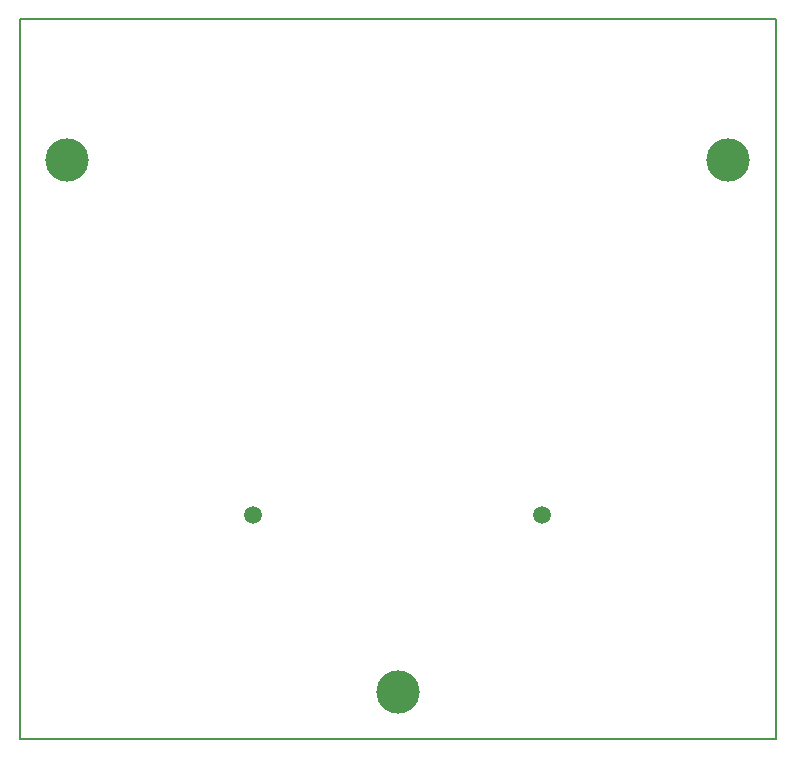
<source format=gbl>
G04*
G04 #@! TF.GenerationSoftware,Altium Limited,Altium Designer,20.0.11 (256)*
G04*
G04 Layer_Physical_Order=2*
G04 Layer_Color=16711680*
%FSLAX44Y44*%
%MOMM*%
G71*
G01*
G75*
%ADD10C,0.1270*%
%ADD11C,3.6600*%
%ADD12C,1.5000*%
D10*
X640000Y610000D02*
X640000Y0D01*
X0D02*
X640000D01*
X0Y610000D02*
X640000D01*
X-0D02*
X0Y0D01*
D11*
X320000Y40000D02*
D03*
X600000Y490000D02*
D03*
X40000D02*
D03*
D12*
X197563Y190000D02*
D03*
X442564D02*
D03*
M02*

</source>
